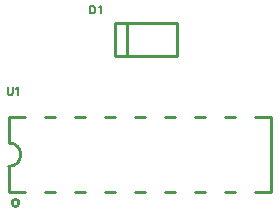
<source format=gto>
G04 Layer: TopSilkscreenLayer*
G04 EasyEDA Pro v2.2.39.2, 2025-06-16 16:20:03*
G04 Gerber Generator version 0.3*
G04 Scale: 100 percent, Rotated: No, Reflected: No*
G04 Dimensions in millimeters*
G04 Leading zeros omitted, absolute positions, 4 integers and 5 decimals*
G04 Generated by one-click*
%FSLAX45Y45*%
%MOMM*%
%ADD10C,0.1524*%
%ADD11C,0.254*%
%ADD12C,0.3810*%
G75*


G04 Text Start*
G54D10*
G01X706120Y297434D02*
G01X706120Y232410D01*
G01X706120Y297434D02*
G01X727710Y297434D01*
G01X737108Y294386D01*
G01X743204Y288290D01*
G01X746252Y281940D01*
G01X749554Y272796D01*
G01X749554Y257302D01*
G01X746252Y247904D01*
G01X743204Y241808D01*
G01X737108Y235458D01*
G01X727710Y232410D01*
G01X706120Y232410D01*
G01X779780Y284988D02*
G01X785876Y288290D01*
G01X795020Y297434D01*
G01X795020Y232410D01*
G01X7620Y-393065D02*
G01X7620Y-439547D01*
G01X10668Y-448691D01*
G01X17018Y-455041D01*
G01X26162Y-458089D01*
G01X32512Y-458089D01*
G01X41656Y-455041D01*
G01X47752Y-448691D01*
G01X51054Y-439547D01*
G01X51054Y-393065D01*
G01X81280Y-405511D02*
G01X87376Y-402209D01*
G01X96520Y-393065D01*
G01X96520Y-458089D01*
G04 Text End*

G04 PolygonModel Start*
G54D11*
G01X921101Y152700D02*
G01X1441099Y152700D01*
G01X1441099Y152700D02*
G01X1441099Y-127300D01*
G01X921101Y-127300D02*
G01X1441099Y-127300D01*
G01X921101Y152700D02*
G01X921101Y-127300D01*
G01X1017026Y152700D02*
G01X1017026Y-127300D01*
G01X18956Y-863719D02*
G01X18953Y-643725D01*
G01X1847019Y-1283525D02*
G01X1934888Y-1283525D01*
G01X1593019Y-1283525D02*
G01X1680888Y-1283525D01*
G01X1339019Y-1283525D02*
G01X1426888Y-1283525D01*
G01X1085019Y-1283525D02*
G01X1172888Y-1283525D01*
G01X831019Y-1283525D02*
G01X918888Y-1283525D01*
G01X577019Y-1283525D02*
G01X664888Y-1283525D01*
G01X323019Y-1283525D02*
G01X410888Y-1283525D01*
G01X128953Y-1283525D02*
G01X156888Y-1283525D01*
G01X2100887Y-643725D02*
G01X2128954Y-643725D01*
G01X1846887Y-643725D02*
G01X1935020Y-643725D01*
G01X1592887Y-643725D02*
G01X1681020Y-643725D01*
G01X1338887Y-643725D02*
G01X1427020Y-643725D01*
G01X1084887Y-643725D02*
G01X1173020Y-643725D01*
G01X830887Y-643725D02*
G01X919020Y-643725D01*
G01X576887Y-643725D02*
G01X665020Y-643725D01*
G01X322887Y-643725D02*
G01X411020Y-643725D01*
G01X128953Y-643725D02*
G01X157020Y-643725D01*
G01X18956Y-1283525D02*
G01X18953Y-1063539D01*
G01X2238952Y-1283525D02*
G01X2238954Y-643552D01*
G01X2101019Y-1283525D02*
G01X2128954Y-1283525D01*
G01X18953Y-643725D02*
G01X157018Y-643725D01*
G01X322890Y-643725D02*
G01X411018Y-643725D01*
G01X576890Y-643725D02*
G01X665018Y-643725D01*
G01X830890Y-643725D02*
G01X919018Y-643725D01*
G01X1084890Y-643725D02*
G01X1173018Y-643725D01*
G01X1338890Y-643725D02*
G01X1427018Y-643725D01*
G01X1592890Y-643725D02*
G01X1681018Y-643725D01*
G01X1846890Y-643725D02*
G01X1935018Y-643725D01*
G01X2100890Y-643725D02*
G01X2228952Y-643725D01*
G01X18956Y-1283525D02*
G01X156891Y-1283525D01*
G01X323017Y-1283525D02*
G01X410891Y-1283525D01*
G01X577017Y-1283525D02*
G01X664891Y-1283525D01*
G01X831017Y-1283525D02*
G01X918891Y-1283525D01*
G01X1085017Y-1283525D02*
G01X1172891Y-1283525D01*
G01X1339017Y-1283525D02*
G01X1426891Y-1283525D01*
G01X1593017Y-1283525D02*
G01X1680891Y-1283525D01*
G01X1847017Y-1283525D02*
G01X1934891Y-1283525D01*
G01X2101017Y-1283525D02*
G01X2238952Y-1283525D01*
G01X18956Y-863719D02*
G02X18974Y-1063615I-495J-99948D01*

G04 Circle Start*
G01X44958Y-1371539D02*
G03X104953Y-1371539I29997J0D01*
G03X44958Y-1371539I-29997J0D01*
G04 Circle End*

M02*


</source>
